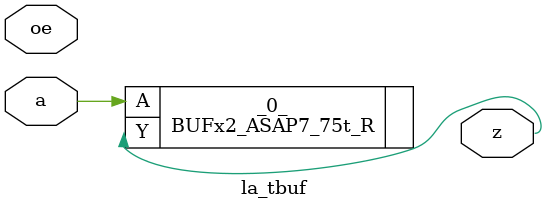
<source format=v>
/* Generated by Yosys 0.37 (git sha1 a5c7f69ed, clang 14.0.0-1ubuntu1.1 -fPIC -Os) */

module la_tbuf(a, oe, z);
  input a;
  wire a;
  input oe;
  wire oe;
  output z;
  wire z;
  BUFx2_ASAP7_75t_R _0_ (
    .A(a),
    .Y(z)
  );
endmodule

</source>
